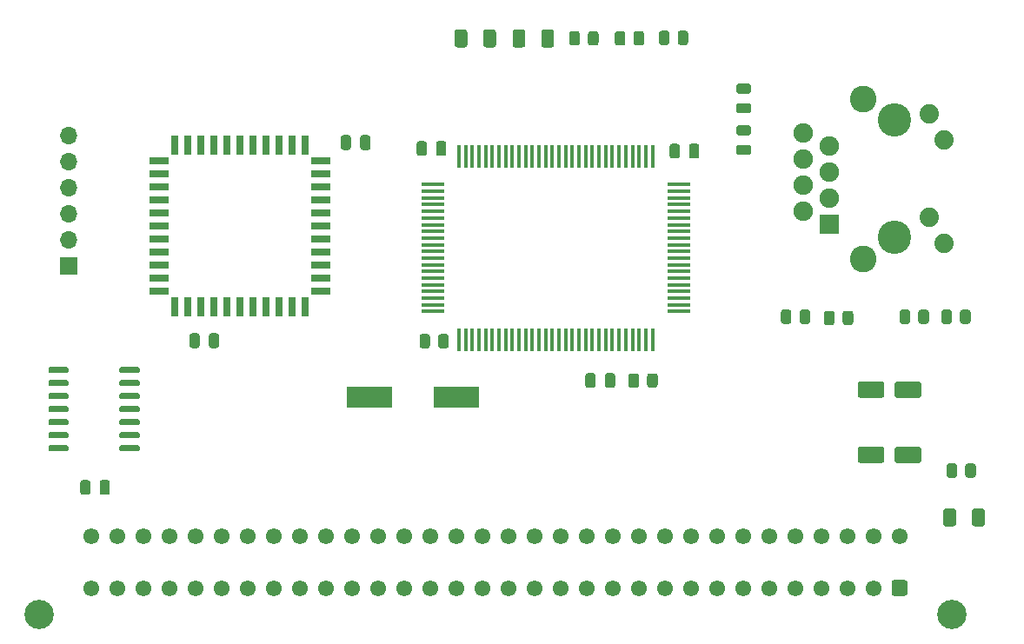
<source format=gts>
G04 #@! TF.GenerationSoftware,KiCad,Pcbnew,(5.1.10)-1*
G04 #@! TF.CreationDate,2021-07-30T10:28:04+01:00*
G04 #@! TF.ProjectId,Eth8019,45746838-3031-4392-9e6b-696361645f70,rev?*
G04 #@! TF.SameCoordinates,Original*
G04 #@! TF.FileFunction,Soldermask,Top*
G04 #@! TF.FilePolarity,Negative*
%FSLAX46Y46*%
G04 Gerber Fmt 4.6, Leading zero omitted, Abs format (unit mm)*
G04 Created by KiCad (PCBNEW (5.1.10)-1) date 2021-07-30 10:28:04*
%MOMM*%
%LPD*%
G01*
G04 APERTURE LIST*
%ADD10R,4.500000X2.000000*%
%ADD11R,2.200000X0.350000*%
%ADD12R,0.350000X2.200000*%
%ADD13R,0.700000X1.925000*%
%ADD14R,1.925000X0.700000*%
%ADD15C,3.250000*%
%ADD16C,2.600000*%
%ADD17C,1.890000*%
%ADD18C,1.900000*%
%ADD19R,1.900000X1.900000*%
%ADD20O,1.700000X1.700000*%
%ADD21R,1.700000X1.700000*%
%ADD22C,1.550000*%
%ADD23C,2.850000*%
G04 APERTURE END LIST*
G36*
G01*
X136900000Y-101875000D02*
X136900000Y-100925000D01*
G75*
G02*
X137150000Y-100675000I250000J0D01*
G01*
X137650000Y-100675000D01*
G75*
G02*
X137900000Y-100925000I0J-250000D01*
G01*
X137900000Y-101875000D01*
G75*
G02*
X137650000Y-102125000I-250000J0D01*
G01*
X137150000Y-102125000D01*
G75*
G02*
X136900000Y-101875000I0J250000D01*
G01*
G37*
G36*
G01*
X135000000Y-101875000D02*
X135000000Y-100925000D01*
G75*
G02*
X135250000Y-100675000I250000J0D01*
G01*
X135750000Y-100675000D01*
G75*
G02*
X136000000Y-100925000I0J-250000D01*
G01*
X136000000Y-101875000D01*
G75*
G02*
X135750000Y-102125000I-250000J0D01*
G01*
X135250000Y-102125000D01*
G75*
G02*
X135000000Y-101875000I0J250000D01*
G01*
G37*
D10*
X137795000Y-126238000D03*
X146295000Y-126238000D03*
D11*
X167894000Y-105499000D03*
X167894000Y-106149000D03*
X167894000Y-106799000D03*
X167894000Y-107449000D03*
X167894000Y-108099000D03*
X167894000Y-108749000D03*
X167894000Y-109399000D03*
X167894000Y-110049000D03*
X167894000Y-110699000D03*
X167894000Y-111349000D03*
X167894000Y-111999000D03*
X167894000Y-112649000D03*
X167894000Y-113299000D03*
X167894000Y-113949000D03*
X167894000Y-114599000D03*
X167894000Y-115249000D03*
X167894000Y-115899000D03*
X167894000Y-116549000D03*
X167894000Y-117199000D03*
X167894000Y-117849000D03*
D12*
X165354000Y-120639000D03*
X164704000Y-120639000D03*
X164054000Y-120639000D03*
X163404000Y-120639000D03*
X162754000Y-120639000D03*
X162104000Y-120639000D03*
X161454000Y-120639000D03*
X160804000Y-120639000D03*
X160154000Y-120639000D03*
X159504000Y-120639000D03*
X158854000Y-120639000D03*
X158204000Y-120639000D03*
X157554000Y-120639000D03*
X156904000Y-120639000D03*
X156254000Y-120639000D03*
X155604000Y-120639000D03*
X154954000Y-120639000D03*
X154304000Y-120639000D03*
X153654000Y-120639000D03*
X153004000Y-120639000D03*
X152354000Y-120639000D03*
X151704000Y-120639000D03*
X151054000Y-120639000D03*
X150404000Y-120639000D03*
X149754000Y-120639000D03*
X149104000Y-120639000D03*
X148454000Y-120639000D03*
X147804000Y-120639000D03*
X147154000Y-120639000D03*
X146504000Y-120639000D03*
D11*
X143964000Y-117849000D03*
X143964000Y-117199000D03*
X143964000Y-116549000D03*
X143964000Y-115899000D03*
X143964000Y-115249000D03*
X143964000Y-114599000D03*
X143964000Y-113949000D03*
X143964000Y-113299000D03*
X143964000Y-112649000D03*
X143964000Y-111999000D03*
X143964000Y-111349000D03*
X143964000Y-110699000D03*
X143964000Y-110049000D03*
X143964000Y-109399000D03*
X143964000Y-108749000D03*
X143964000Y-108099000D03*
X143964000Y-107449000D03*
X143964000Y-106799000D03*
X143964000Y-106149000D03*
X143964000Y-105499000D03*
D12*
X146504000Y-102709000D03*
X147154000Y-102709000D03*
X147804000Y-102709000D03*
X148454000Y-102709000D03*
X149104000Y-102709000D03*
X149754000Y-102709000D03*
X150404000Y-102709000D03*
X151054000Y-102709000D03*
X151704000Y-102709000D03*
X152354000Y-102709000D03*
X153004000Y-102709000D03*
X153654000Y-102709000D03*
X154304000Y-102709000D03*
X154954000Y-102709000D03*
X155604000Y-102709000D03*
X156254000Y-102709000D03*
X156904000Y-102709000D03*
X157554000Y-102709000D03*
X158204000Y-102709000D03*
X158854000Y-102709000D03*
X159504000Y-102709000D03*
X160154000Y-102709000D03*
X160804000Y-102709000D03*
X161454000Y-102709000D03*
X162104000Y-102709000D03*
X162754000Y-102709000D03*
X163404000Y-102709000D03*
X164054000Y-102709000D03*
X164704000Y-102709000D03*
X165354000Y-102709000D03*
D13*
X131555500Y-117391500D03*
X130285500Y-117391500D03*
X129015500Y-117391500D03*
X127745500Y-117391500D03*
X126475500Y-117391500D03*
X125205500Y-117391500D03*
X123935500Y-117391500D03*
X122665500Y-117391500D03*
X121395500Y-117391500D03*
X120125500Y-117391500D03*
X118855500Y-117391500D03*
D14*
X117343000Y-115879000D03*
X117343000Y-114609000D03*
X117343000Y-113339000D03*
X117343000Y-112069000D03*
X117343000Y-110799000D03*
X117343000Y-109529000D03*
X117343000Y-108259000D03*
X117343000Y-106989000D03*
X117343000Y-105719000D03*
X117343000Y-104449000D03*
X117343000Y-103179000D03*
D13*
X118855500Y-101666500D03*
X120125500Y-101666500D03*
X121395500Y-101666500D03*
X122665500Y-101666500D03*
X123935500Y-101666500D03*
X125205500Y-101666500D03*
X126475500Y-101666500D03*
X127745500Y-101666500D03*
X129015500Y-101666500D03*
X130285500Y-101666500D03*
X131555500Y-101666500D03*
D14*
X133068000Y-115879000D03*
X133068000Y-114609000D03*
X133068000Y-113339000D03*
X133068000Y-112069000D03*
X133068000Y-110799000D03*
X133068000Y-103179000D03*
X133068000Y-104449000D03*
X133068000Y-105719000D03*
X133068000Y-106989000D03*
X133068000Y-108259000D03*
X133068000Y-109529000D03*
G36*
G01*
X113439500Y-123721000D02*
X113439500Y-123421000D01*
G75*
G02*
X113589500Y-123271000I150000J0D01*
G01*
X115264500Y-123271000D01*
G75*
G02*
X115414500Y-123421000I0J-150000D01*
G01*
X115414500Y-123721000D01*
G75*
G02*
X115264500Y-123871000I-150000J0D01*
G01*
X113589500Y-123871000D01*
G75*
G02*
X113439500Y-123721000I0J150000D01*
G01*
G37*
G36*
G01*
X113439500Y-124991000D02*
X113439500Y-124691000D01*
G75*
G02*
X113589500Y-124541000I150000J0D01*
G01*
X115264500Y-124541000D01*
G75*
G02*
X115414500Y-124691000I0J-150000D01*
G01*
X115414500Y-124991000D01*
G75*
G02*
X115264500Y-125141000I-150000J0D01*
G01*
X113589500Y-125141000D01*
G75*
G02*
X113439500Y-124991000I0J150000D01*
G01*
G37*
G36*
G01*
X113439500Y-126261000D02*
X113439500Y-125961000D01*
G75*
G02*
X113589500Y-125811000I150000J0D01*
G01*
X115264500Y-125811000D01*
G75*
G02*
X115414500Y-125961000I0J-150000D01*
G01*
X115414500Y-126261000D01*
G75*
G02*
X115264500Y-126411000I-150000J0D01*
G01*
X113589500Y-126411000D01*
G75*
G02*
X113439500Y-126261000I0J150000D01*
G01*
G37*
G36*
G01*
X113439500Y-127531000D02*
X113439500Y-127231000D01*
G75*
G02*
X113589500Y-127081000I150000J0D01*
G01*
X115264500Y-127081000D01*
G75*
G02*
X115414500Y-127231000I0J-150000D01*
G01*
X115414500Y-127531000D01*
G75*
G02*
X115264500Y-127681000I-150000J0D01*
G01*
X113589500Y-127681000D01*
G75*
G02*
X113439500Y-127531000I0J150000D01*
G01*
G37*
G36*
G01*
X113439500Y-128801000D02*
X113439500Y-128501000D01*
G75*
G02*
X113589500Y-128351000I150000J0D01*
G01*
X115264500Y-128351000D01*
G75*
G02*
X115414500Y-128501000I0J-150000D01*
G01*
X115414500Y-128801000D01*
G75*
G02*
X115264500Y-128951000I-150000J0D01*
G01*
X113589500Y-128951000D01*
G75*
G02*
X113439500Y-128801000I0J150000D01*
G01*
G37*
G36*
G01*
X113439500Y-130071000D02*
X113439500Y-129771000D01*
G75*
G02*
X113589500Y-129621000I150000J0D01*
G01*
X115264500Y-129621000D01*
G75*
G02*
X115414500Y-129771000I0J-150000D01*
G01*
X115414500Y-130071000D01*
G75*
G02*
X115264500Y-130221000I-150000J0D01*
G01*
X113589500Y-130221000D01*
G75*
G02*
X113439500Y-130071000I0J150000D01*
G01*
G37*
G36*
G01*
X113439500Y-131341000D02*
X113439500Y-131041000D01*
G75*
G02*
X113589500Y-130891000I150000J0D01*
G01*
X115264500Y-130891000D01*
G75*
G02*
X115414500Y-131041000I0J-150000D01*
G01*
X115414500Y-131341000D01*
G75*
G02*
X115264500Y-131491000I-150000J0D01*
G01*
X113589500Y-131491000D01*
G75*
G02*
X113439500Y-131341000I0J150000D01*
G01*
G37*
G36*
G01*
X106514500Y-131341000D02*
X106514500Y-131041000D01*
G75*
G02*
X106664500Y-130891000I150000J0D01*
G01*
X108339500Y-130891000D01*
G75*
G02*
X108489500Y-131041000I0J-150000D01*
G01*
X108489500Y-131341000D01*
G75*
G02*
X108339500Y-131491000I-150000J0D01*
G01*
X106664500Y-131491000D01*
G75*
G02*
X106514500Y-131341000I0J150000D01*
G01*
G37*
G36*
G01*
X106514500Y-130071000D02*
X106514500Y-129771000D01*
G75*
G02*
X106664500Y-129621000I150000J0D01*
G01*
X108339500Y-129621000D01*
G75*
G02*
X108489500Y-129771000I0J-150000D01*
G01*
X108489500Y-130071000D01*
G75*
G02*
X108339500Y-130221000I-150000J0D01*
G01*
X106664500Y-130221000D01*
G75*
G02*
X106514500Y-130071000I0J150000D01*
G01*
G37*
G36*
G01*
X106514500Y-128801000D02*
X106514500Y-128501000D01*
G75*
G02*
X106664500Y-128351000I150000J0D01*
G01*
X108339500Y-128351000D01*
G75*
G02*
X108489500Y-128501000I0J-150000D01*
G01*
X108489500Y-128801000D01*
G75*
G02*
X108339500Y-128951000I-150000J0D01*
G01*
X106664500Y-128951000D01*
G75*
G02*
X106514500Y-128801000I0J150000D01*
G01*
G37*
G36*
G01*
X106514500Y-127531000D02*
X106514500Y-127231000D01*
G75*
G02*
X106664500Y-127081000I150000J0D01*
G01*
X108339500Y-127081000D01*
G75*
G02*
X108489500Y-127231000I0J-150000D01*
G01*
X108489500Y-127531000D01*
G75*
G02*
X108339500Y-127681000I-150000J0D01*
G01*
X106664500Y-127681000D01*
G75*
G02*
X106514500Y-127531000I0J150000D01*
G01*
G37*
G36*
G01*
X106514500Y-126261000D02*
X106514500Y-125961000D01*
G75*
G02*
X106664500Y-125811000I150000J0D01*
G01*
X108339500Y-125811000D01*
G75*
G02*
X108489500Y-125961000I0J-150000D01*
G01*
X108489500Y-126261000D01*
G75*
G02*
X108339500Y-126411000I-150000J0D01*
G01*
X106664500Y-126411000D01*
G75*
G02*
X106514500Y-126261000I0J150000D01*
G01*
G37*
G36*
G01*
X106514500Y-124991000D02*
X106514500Y-124691000D01*
G75*
G02*
X106664500Y-124541000I150000J0D01*
G01*
X108339500Y-124541000D01*
G75*
G02*
X108489500Y-124691000I0J-150000D01*
G01*
X108489500Y-124991000D01*
G75*
G02*
X108339500Y-125141000I-150000J0D01*
G01*
X106664500Y-125141000D01*
G75*
G02*
X106514500Y-124991000I0J150000D01*
G01*
G37*
G36*
G01*
X106514500Y-123721000D02*
X106514500Y-123421000D01*
G75*
G02*
X106664500Y-123271000I150000J0D01*
G01*
X108339500Y-123271000D01*
G75*
G02*
X108489500Y-123421000I0J-150000D01*
G01*
X108489500Y-123721000D01*
G75*
G02*
X108339500Y-123871000I-150000J0D01*
G01*
X106664500Y-123871000D01*
G75*
G02*
X106514500Y-123721000I0J150000D01*
G01*
G37*
G36*
G01*
X163522000Y-91697002D02*
X163522000Y-90796998D01*
G75*
G02*
X163771998Y-90547000I249998J0D01*
G01*
X164297002Y-90547000D01*
G75*
G02*
X164547000Y-90796998I0J-249998D01*
G01*
X164547000Y-91697002D01*
G75*
G02*
X164297002Y-91947000I-249998J0D01*
G01*
X163771998Y-91947000D01*
G75*
G02*
X163522000Y-91697002I0J249998D01*
G01*
G37*
G36*
G01*
X161697000Y-91697002D02*
X161697000Y-90796998D01*
G75*
G02*
X161946998Y-90547000I249998J0D01*
G01*
X162472002Y-90547000D01*
G75*
G02*
X162722000Y-90796998I0J-249998D01*
G01*
X162722000Y-91697002D01*
G75*
G02*
X162472002Y-91947000I-249998J0D01*
G01*
X161946998Y-91947000D01*
G75*
G02*
X161697000Y-91697002I0J249998D01*
G01*
G37*
G36*
G01*
X159077000Y-91697002D02*
X159077000Y-90796998D01*
G75*
G02*
X159326998Y-90547000I249998J0D01*
G01*
X159852002Y-90547000D01*
G75*
G02*
X160102000Y-90796998I0J-249998D01*
G01*
X160102000Y-91697002D01*
G75*
G02*
X159852002Y-91947000I-249998J0D01*
G01*
X159326998Y-91947000D01*
G75*
G02*
X159077000Y-91697002I0J249998D01*
G01*
G37*
G36*
G01*
X157252000Y-91697002D02*
X157252000Y-90796998D01*
G75*
G02*
X157501998Y-90547000I249998J0D01*
G01*
X158027002Y-90547000D01*
G75*
G02*
X158277000Y-90796998I0J-249998D01*
G01*
X158277000Y-91697002D01*
G75*
G02*
X158027002Y-91947000I-249998J0D01*
G01*
X157501998Y-91947000D01*
G75*
G02*
X157252000Y-91697002I0J249998D01*
G01*
G37*
G36*
G01*
X191257500Y-118814002D02*
X191257500Y-117913998D01*
G75*
G02*
X191507498Y-117664000I249998J0D01*
G01*
X192032502Y-117664000D01*
G75*
G02*
X192282500Y-117913998I0J-249998D01*
G01*
X192282500Y-118814002D01*
G75*
G02*
X192032502Y-119064000I-249998J0D01*
G01*
X191507498Y-119064000D01*
G75*
G02*
X191257500Y-118814002I0J249998D01*
G01*
G37*
G36*
G01*
X189432500Y-118814002D02*
X189432500Y-117913998D01*
G75*
G02*
X189682498Y-117664000I249998J0D01*
G01*
X190207502Y-117664000D01*
G75*
G02*
X190457500Y-117913998I0J-249998D01*
G01*
X190457500Y-118814002D01*
G75*
G02*
X190207502Y-119064000I-249998J0D01*
G01*
X189682498Y-119064000D01*
G75*
G02*
X189432500Y-118814002I0J249998D01*
G01*
G37*
G36*
G01*
X195321500Y-118814002D02*
X195321500Y-117913998D01*
G75*
G02*
X195571498Y-117664000I249998J0D01*
G01*
X196096502Y-117664000D01*
G75*
G02*
X196346500Y-117913998I0J-249998D01*
G01*
X196346500Y-118814002D01*
G75*
G02*
X196096502Y-119064000I-249998J0D01*
G01*
X195571498Y-119064000D01*
G75*
G02*
X195321500Y-118814002I0J249998D01*
G01*
G37*
G36*
G01*
X193496500Y-118814002D02*
X193496500Y-117913998D01*
G75*
G02*
X193746498Y-117664000I249998J0D01*
G01*
X194271502Y-117664000D01*
G75*
G02*
X194521500Y-117913998I0J-249998D01*
G01*
X194521500Y-118814002D01*
G75*
G02*
X194271502Y-119064000I-249998J0D01*
G01*
X193746498Y-119064000D01*
G75*
G02*
X193496500Y-118814002I0J249998D01*
G01*
G37*
G36*
G01*
X183085500Y-118040998D02*
X183085500Y-118941002D01*
G75*
G02*
X182835502Y-119191000I-249998J0D01*
G01*
X182310498Y-119191000D01*
G75*
G02*
X182060500Y-118941002I0J249998D01*
G01*
X182060500Y-118040998D01*
G75*
G02*
X182310498Y-117791000I249998J0D01*
G01*
X182835502Y-117791000D01*
G75*
G02*
X183085500Y-118040998I0J-249998D01*
G01*
G37*
G36*
G01*
X184910500Y-118040998D02*
X184910500Y-118941002D01*
G75*
G02*
X184660502Y-119191000I-249998J0D01*
G01*
X184135498Y-119191000D01*
G75*
G02*
X183885500Y-118941002I0J249998D01*
G01*
X183885500Y-118040998D01*
G75*
G02*
X184135498Y-117791000I249998J0D01*
G01*
X184660502Y-117791000D01*
G75*
G02*
X184910500Y-118040998I0J-249998D01*
G01*
G37*
G36*
G01*
X143687500Y-120299998D02*
X143687500Y-121200002D01*
G75*
G02*
X143437502Y-121450000I-249998J0D01*
G01*
X142912498Y-121450000D01*
G75*
G02*
X142662500Y-121200002I0J249998D01*
G01*
X142662500Y-120299998D01*
G75*
G02*
X142912498Y-120050000I249998J0D01*
G01*
X143437502Y-120050000D01*
G75*
G02*
X143687500Y-120299998I0J-249998D01*
G01*
G37*
G36*
G01*
X145512500Y-120299998D02*
X145512500Y-121200002D01*
G75*
G02*
X145262502Y-121450000I-249998J0D01*
G01*
X144737498Y-121450000D01*
G75*
G02*
X144487500Y-121200002I0J249998D01*
G01*
X144487500Y-120299998D01*
G75*
G02*
X144737498Y-120050000I249998J0D01*
G01*
X145262502Y-120050000D01*
G75*
G02*
X145512500Y-120299998I0J-249998D01*
G01*
G37*
G36*
G01*
X167812500Y-91650002D02*
X167812500Y-90749998D01*
G75*
G02*
X168062498Y-90500000I249998J0D01*
G01*
X168587502Y-90500000D01*
G75*
G02*
X168837500Y-90749998I0J-249998D01*
G01*
X168837500Y-91650002D01*
G75*
G02*
X168587502Y-91900000I-249998J0D01*
G01*
X168062498Y-91900000D01*
G75*
G02*
X167812500Y-91650002I0J249998D01*
G01*
G37*
G36*
G01*
X165987500Y-91650002D02*
X165987500Y-90749998D01*
G75*
G02*
X166237498Y-90500000I249998J0D01*
G01*
X166762502Y-90500000D01*
G75*
G02*
X167012500Y-90749998I0J-249998D01*
G01*
X167012500Y-91650002D01*
G75*
G02*
X166762502Y-91900000I-249998J0D01*
G01*
X166237498Y-91900000D01*
G75*
G02*
X165987500Y-91650002I0J249998D01*
G01*
G37*
G36*
G01*
X164841500Y-125037002D02*
X164841500Y-124136998D01*
G75*
G02*
X165091498Y-123887000I249998J0D01*
G01*
X165616502Y-123887000D01*
G75*
G02*
X165866500Y-124136998I0J-249998D01*
G01*
X165866500Y-125037002D01*
G75*
G02*
X165616502Y-125287000I-249998J0D01*
G01*
X165091498Y-125287000D01*
G75*
G02*
X164841500Y-125037002I0J249998D01*
G01*
G37*
G36*
G01*
X163016500Y-125037002D02*
X163016500Y-124136998D01*
G75*
G02*
X163266498Y-123887000I249998J0D01*
G01*
X163791502Y-123887000D01*
G75*
G02*
X164041500Y-124136998I0J-249998D01*
G01*
X164041500Y-125037002D01*
G75*
G02*
X163791502Y-125287000I-249998J0D01*
G01*
X163266498Y-125287000D01*
G75*
G02*
X163016500Y-125037002I0J249998D01*
G01*
G37*
G36*
G01*
X178894500Y-117913998D02*
X178894500Y-118814002D01*
G75*
G02*
X178644502Y-119064000I-249998J0D01*
G01*
X178119498Y-119064000D01*
G75*
G02*
X177869500Y-118814002I0J249998D01*
G01*
X177869500Y-117913998D01*
G75*
G02*
X178119498Y-117664000I249998J0D01*
G01*
X178644502Y-117664000D01*
G75*
G02*
X178894500Y-117913998I0J-249998D01*
G01*
G37*
G36*
G01*
X180719500Y-117913998D02*
X180719500Y-118814002D01*
G75*
G02*
X180469502Y-119064000I-249998J0D01*
G01*
X179944498Y-119064000D01*
G75*
G02*
X179694500Y-118814002I0J249998D01*
G01*
X179694500Y-117913998D01*
G75*
G02*
X179944498Y-117664000I249998J0D01*
G01*
X180469502Y-117664000D01*
G75*
G02*
X180719500Y-117913998I0J-249998D01*
G01*
G37*
G36*
G01*
X195029500Y-132899998D02*
X195029500Y-133800002D01*
G75*
G02*
X194779502Y-134050000I-249998J0D01*
G01*
X194254498Y-134050000D01*
G75*
G02*
X194004500Y-133800002I0J249998D01*
G01*
X194004500Y-132899998D01*
G75*
G02*
X194254498Y-132650000I249998J0D01*
G01*
X194779502Y-132650000D01*
G75*
G02*
X195029500Y-132899998I0J-249998D01*
G01*
G37*
G36*
G01*
X196854500Y-132899998D02*
X196854500Y-133800002D01*
G75*
G02*
X196604502Y-134050000I-249998J0D01*
G01*
X196079498Y-134050000D01*
G75*
G02*
X195829500Y-133800002I0J249998D01*
G01*
X195829500Y-132899998D01*
G75*
G02*
X196079498Y-132650000I249998J0D01*
G01*
X196604502Y-132650000D01*
G75*
G02*
X196854500Y-132899998I0J-249998D01*
G01*
G37*
D15*
X188898000Y-99212000D03*
X188898000Y-110642000D03*
D16*
X185848000Y-97152000D03*
X185848000Y-112702000D03*
D17*
X193798000Y-111252000D03*
X192278000Y-108712000D03*
X193798000Y-101142000D03*
X192278000Y-98602000D03*
D18*
X180018000Y-100482000D03*
X182558000Y-101752000D03*
X180018000Y-103022000D03*
X182558000Y-104292000D03*
X180018000Y-105562000D03*
X182558000Y-106832000D03*
X180018000Y-108102000D03*
D19*
X182558000Y-109372000D03*
D20*
X108458000Y-100711000D03*
X108458000Y-103251000D03*
X108458000Y-105791000D03*
X108458000Y-108331000D03*
X108458000Y-110871000D03*
D21*
X108458000Y-113411000D03*
D22*
X110688000Y-139708000D03*
X113228000Y-139708000D03*
X115768000Y-139708000D03*
X118308000Y-139708000D03*
X120848000Y-139708000D03*
X123388000Y-139708000D03*
X125928000Y-139708000D03*
X128468000Y-139708000D03*
X131008000Y-139708000D03*
X133548000Y-139708000D03*
X136088000Y-139708000D03*
X138628000Y-139708000D03*
X141168000Y-139708000D03*
X143708000Y-139708000D03*
X146248000Y-139708000D03*
X148788000Y-139708000D03*
X151328000Y-139708000D03*
X153868000Y-139708000D03*
X156408000Y-139708000D03*
X158948000Y-139708000D03*
X161488000Y-139708000D03*
X164028000Y-139708000D03*
X166568000Y-139708000D03*
X169108000Y-139708000D03*
X171648000Y-139708000D03*
X174188000Y-139708000D03*
X176728000Y-139708000D03*
X179268000Y-139708000D03*
X181808000Y-139708000D03*
X184348000Y-139708000D03*
X186888000Y-139708000D03*
X189428000Y-139708000D03*
X110688000Y-144788000D03*
X113228000Y-144788000D03*
X115768000Y-144788000D03*
X118308000Y-144788000D03*
X120848000Y-144788000D03*
X123388000Y-144788000D03*
X125928000Y-144788000D03*
X128468000Y-144788000D03*
X131008000Y-144788000D03*
X133548000Y-144788000D03*
X136088000Y-144788000D03*
X138628000Y-144788000D03*
X141168000Y-144788000D03*
X143708000Y-144788000D03*
X146248000Y-144788000D03*
X148788000Y-144788000D03*
X151328000Y-144788000D03*
X153868000Y-144788000D03*
X156408000Y-144788000D03*
X158948000Y-144788000D03*
X161488000Y-144788000D03*
X164028000Y-144788000D03*
X166568000Y-144788000D03*
X169108000Y-144788000D03*
X171648000Y-144788000D03*
X174188000Y-144788000D03*
X176728000Y-144788000D03*
X179268000Y-144788000D03*
X181808000Y-144788000D03*
X184348000Y-144788000D03*
X186888000Y-144788000D03*
G36*
G01*
X190203000Y-144262998D02*
X190203000Y-145313002D01*
G75*
G02*
X189953002Y-145563000I-249998J0D01*
G01*
X188902998Y-145563000D01*
G75*
G02*
X188653000Y-145313002I0J249998D01*
G01*
X188653000Y-144262998D01*
G75*
G02*
X188902998Y-144013000I249998J0D01*
G01*
X189953002Y-144013000D01*
G75*
G02*
X190203000Y-144262998I0J-249998D01*
G01*
G37*
D23*
X105608000Y-147328000D03*
X194508000Y-147328000D03*
G36*
G01*
X154522000Y-91880000D02*
X154522000Y-90630000D01*
G75*
G02*
X154772000Y-90380000I250000J0D01*
G01*
X155522000Y-90380000D01*
G75*
G02*
X155772000Y-90630000I0J-250000D01*
G01*
X155772000Y-91880000D01*
G75*
G02*
X155522000Y-92130000I-250000J0D01*
G01*
X154772000Y-92130000D01*
G75*
G02*
X154522000Y-91880000I0J250000D01*
G01*
G37*
G36*
G01*
X151722000Y-91880000D02*
X151722000Y-90630000D01*
G75*
G02*
X151972000Y-90380000I250000J0D01*
G01*
X152722000Y-90380000D01*
G75*
G02*
X152972000Y-90630000I0J-250000D01*
G01*
X152972000Y-91880000D01*
G75*
G02*
X152722000Y-92130000I-250000J0D01*
G01*
X151972000Y-92130000D01*
G75*
G02*
X151722000Y-91880000I0J250000D01*
G01*
G37*
G36*
G01*
X148872000Y-91880000D02*
X148872000Y-90630000D01*
G75*
G02*
X149122000Y-90380000I250000J0D01*
G01*
X149872000Y-90380000D01*
G75*
G02*
X150122000Y-90630000I0J-250000D01*
G01*
X150122000Y-91880000D01*
G75*
G02*
X149872000Y-92130000I-250000J0D01*
G01*
X149122000Y-92130000D01*
G75*
G02*
X148872000Y-91880000I0J250000D01*
G01*
G37*
G36*
G01*
X146072000Y-91880000D02*
X146072000Y-90630000D01*
G75*
G02*
X146322000Y-90380000I250000J0D01*
G01*
X147072000Y-90380000D01*
G75*
G02*
X147322000Y-90630000I0J-250000D01*
G01*
X147322000Y-91880000D01*
G75*
G02*
X147072000Y-92130000I-250000J0D01*
G01*
X146322000Y-92130000D01*
G75*
G02*
X146072000Y-91880000I0J250000D01*
G01*
G37*
G36*
G01*
X194929000Y-137297000D02*
X194929000Y-138547000D01*
G75*
G02*
X194679000Y-138797000I-250000J0D01*
G01*
X193929000Y-138797000D01*
G75*
G02*
X193679000Y-138547000I0J250000D01*
G01*
X193679000Y-137297000D01*
G75*
G02*
X193929000Y-137047000I250000J0D01*
G01*
X194679000Y-137047000D01*
G75*
G02*
X194929000Y-137297000I0J-250000D01*
G01*
G37*
G36*
G01*
X197729000Y-137297000D02*
X197729000Y-138547000D01*
G75*
G02*
X197479000Y-138797000I-250000J0D01*
G01*
X196729000Y-138797000D01*
G75*
G02*
X196479000Y-138547000I0J250000D01*
G01*
X196479000Y-137297000D01*
G75*
G02*
X196729000Y-137047000I250000J0D01*
G01*
X197479000Y-137047000D01*
G75*
G02*
X197729000Y-137297000I0J-250000D01*
G01*
G37*
G36*
G01*
X188946000Y-132376000D02*
X188946000Y-131276000D01*
G75*
G02*
X189196000Y-131026000I250000J0D01*
G01*
X191296000Y-131026000D01*
G75*
G02*
X191546000Y-131276000I0J-250000D01*
G01*
X191546000Y-132376000D01*
G75*
G02*
X191296000Y-132626000I-250000J0D01*
G01*
X189196000Y-132626000D01*
G75*
G02*
X188946000Y-132376000I0J250000D01*
G01*
G37*
G36*
G01*
X185346000Y-132376000D02*
X185346000Y-131276000D01*
G75*
G02*
X185596000Y-131026000I250000J0D01*
G01*
X187696000Y-131026000D01*
G75*
G02*
X187946000Y-131276000I0J-250000D01*
G01*
X187946000Y-132376000D01*
G75*
G02*
X187696000Y-132626000I-250000J0D01*
G01*
X185596000Y-132626000D01*
G75*
G02*
X185346000Y-132376000I0J250000D01*
G01*
G37*
G36*
G01*
X188946000Y-126026000D02*
X188946000Y-124926000D01*
G75*
G02*
X189196000Y-124676000I250000J0D01*
G01*
X191296000Y-124676000D01*
G75*
G02*
X191546000Y-124926000I0J-250000D01*
G01*
X191546000Y-126026000D01*
G75*
G02*
X191296000Y-126276000I-250000J0D01*
G01*
X189196000Y-126276000D01*
G75*
G02*
X188946000Y-126026000I0J250000D01*
G01*
G37*
G36*
G01*
X185346000Y-126026000D02*
X185346000Y-124926000D01*
G75*
G02*
X185596000Y-124676000I250000J0D01*
G01*
X187696000Y-124676000D01*
G75*
G02*
X187946000Y-124926000I0J-250000D01*
G01*
X187946000Y-126026000D01*
G75*
G02*
X187696000Y-126276000I-250000J0D01*
G01*
X185596000Y-126276000D01*
G75*
G02*
X185346000Y-126026000I0J250000D01*
G01*
G37*
G36*
G01*
X144280000Y-102456000D02*
X144280000Y-101506000D01*
G75*
G02*
X144530000Y-101256000I250000J0D01*
G01*
X145030000Y-101256000D01*
G75*
G02*
X145280000Y-101506000I0J-250000D01*
G01*
X145280000Y-102456000D01*
G75*
G02*
X145030000Y-102706000I-250000J0D01*
G01*
X144530000Y-102706000D01*
G75*
G02*
X144280000Y-102456000I0J250000D01*
G01*
G37*
G36*
G01*
X142380000Y-102456000D02*
X142380000Y-101506000D01*
G75*
G02*
X142630000Y-101256000I250000J0D01*
G01*
X143130000Y-101256000D01*
G75*
G02*
X143380000Y-101506000I0J-250000D01*
G01*
X143380000Y-102456000D01*
G75*
G02*
X143130000Y-102706000I-250000J0D01*
G01*
X142630000Y-102706000D01*
G75*
G02*
X142380000Y-102456000I0J250000D01*
G01*
G37*
G36*
G01*
X174719000Y-96644000D02*
X173769000Y-96644000D01*
G75*
G02*
X173519000Y-96394000I0J250000D01*
G01*
X173519000Y-95894000D01*
G75*
G02*
X173769000Y-95644000I250000J0D01*
G01*
X174719000Y-95644000D01*
G75*
G02*
X174969000Y-95894000I0J-250000D01*
G01*
X174969000Y-96394000D01*
G75*
G02*
X174719000Y-96644000I-250000J0D01*
G01*
G37*
G36*
G01*
X174719000Y-98544000D02*
X173769000Y-98544000D01*
G75*
G02*
X173519000Y-98294000I0J250000D01*
G01*
X173519000Y-97794000D01*
G75*
G02*
X173769000Y-97544000I250000J0D01*
G01*
X174719000Y-97544000D01*
G75*
G02*
X174969000Y-97794000I0J-250000D01*
G01*
X174969000Y-98294000D01*
G75*
G02*
X174719000Y-98544000I-250000J0D01*
G01*
G37*
G36*
G01*
X160724000Y-125062000D02*
X160724000Y-124112000D01*
G75*
G02*
X160974000Y-123862000I250000J0D01*
G01*
X161474000Y-123862000D01*
G75*
G02*
X161724000Y-124112000I0J-250000D01*
G01*
X161724000Y-125062000D01*
G75*
G02*
X161474000Y-125312000I-250000J0D01*
G01*
X160974000Y-125312000D01*
G75*
G02*
X160724000Y-125062000I0J250000D01*
G01*
G37*
G36*
G01*
X158824000Y-125062000D02*
X158824000Y-124112000D01*
G75*
G02*
X159074000Y-123862000I250000J0D01*
G01*
X159574000Y-123862000D01*
G75*
G02*
X159824000Y-124112000I0J-250000D01*
G01*
X159824000Y-125062000D01*
G75*
G02*
X159574000Y-125312000I-250000J0D01*
G01*
X159074000Y-125312000D01*
G75*
G02*
X158824000Y-125062000I0J250000D01*
G01*
G37*
G36*
G01*
X174719000Y-100708000D02*
X173769000Y-100708000D01*
G75*
G02*
X173519000Y-100458000I0J250000D01*
G01*
X173519000Y-99958000D01*
G75*
G02*
X173769000Y-99708000I250000J0D01*
G01*
X174719000Y-99708000D01*
G75*
G02*
X174969000Y-99958000I0J-250000D01*
G01*
X174969000Y-100458000D01*
G75*
G02*
X174719000Y-100708000I-250000J0D01*
G01*
G37*
G36*
G01*
X174719000Y-102608000D02*
X173769000Y-102608000D01*
G75*
G02*
X173519000Y-102358000I0J250000D01*
G01*
X173519000Y-101858000D01*
G75*
G02*
X173769000Y-101608000I250000J0D01*
G01*
X174719000Y-101608000D01*
G75*
G02*
X174969000Y-101858000I0J-250000D01*
G01*
X174969000Y-102358000D01*
G75*
G02*
X174719000Y-102608000I-250000J0D01*
G01*
G37*
G36*
G01*
X168918000Y-102710000D02*
X168918000Y-101760000D01*
G75*
G02*
X169168000Y-101510000I250000J0D01*
G01*
X169668000Y-101510000D01*
G75*
G02*
X169918000Y-101760000I0J-250000D01*
G01*
X169918000Y-102710000D01*
G75*
G02*
X169668000Y-102960000I-250000J0D01*
G01*
X169168000Y-102960000D01*
G75*
G02*
X168918000Y-102710000I0J250000D01*
G01*
G37*
G36*
G01*
X167018000Y-102710000D02*
X167018000Y-101760000D01*
G75*
G02*
X167268000Y-101510000I250000J0D01*
G01*
X167768000Y-101510000D01*
G75*
G02*
X168018000Y-101760000I0J-250000D01*
G01*
X168018000Y-102710000D01*
G75*
G02*
X167768000Y-102960000I-250000J0D01*
G01*
X167268000Y-102960000D01*
G75*
G02*
X167018000Y-102710000I0J250000D01*
G01*
G37*
G36*
G01*
X121254000Y-120230000D02*
X121254000Y-121180000D01*
G75*
G02*
X121004000Y-121430000I-250000J0D01*
G01*
X120504000Y-121430000D01*
G75*
G02*
X120254000Y-121180000I0J250000D01*
G01*
X120254000Y-120230000D01*
G75*
G02*
X120504000Y-119980000I250000J0D01*
G01*
X121004000Y-119980000D01*
G75*
G02*
X121254000Y-120230000I0J-250000D01*
G01*
G37*
G36*
G01*
X123154000Y-120230000D02*
X123154000Y-121180000D01*
G75*
G02*
X122904000Y-121430000I-250000J0D01*
G01*
X122404000Y-121430000D01*
G75*
G02*
X122154000Y-121180000I0J250000D01*
G01*
X122154000Y-120230000D01*
G75*
G02*
X122404000Y-119980000I250000J0D01*
G01*
X122904000Y-119980000D01*
G75*
G02*
X123154000Y-120230000I0J-250000D01*
G01*
G37*
G36*
G01*
X110614000Y-134526000D02*
X110614000Y-135476000D01*
G75*
G02*
X110364000Y-135726000I-250000J0D01*
G01*
X109864000Y-135726000D01*
G75*
G02*
X109614000Y-135476000I0J250000D01*
G01*
X109614000Y-134526000D01*
G75*
G02*
X109864000Y-134276000I250000J0D01*
G01*
X110364000Y-134276000D01*
G75*
G02*
X110614000Y-134526000I0J-250000D01*
G01*
G37*
G36*
G01*
X112514000Y-134526000D02*
X112514000Y-135476000D01*
G75*
G02*
X112264000Y-135726000I-250000J0D01*
G01*
X111764000Y-135726000D01*
G75*
G02*
X111514000Y-135476000I0J250000D01*
G01*
X111514000Y-134526000D01*
G75*
G02*
X111764000Y-134276000I250000J0D01*
G01*
X112264000Y-134276000D01*
G75*
G02*
X112514000Y-134526000I0J-250000D01*
G01*
G37*
M02*

</source>
